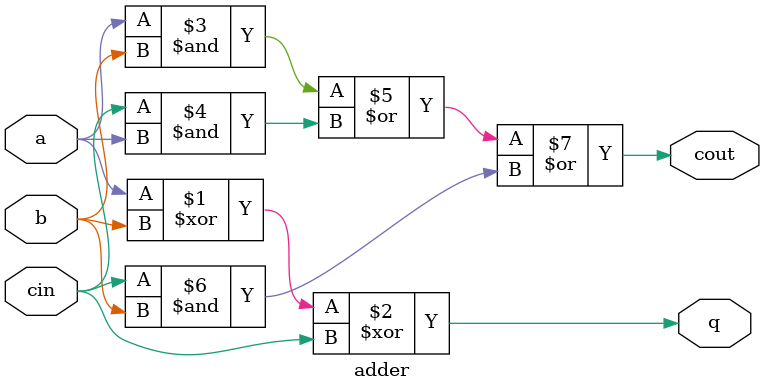
<source format=v>
module adder(a, b, q, cin, cout);

    // Module inputs
    input a, b, cin;

    // Module outputs
    output q, cout;

    // Module operations

    /* SUM operation */
    assign q = a ^ b ^ cin;

    /* CARRY-OUT operation */
    assign cout = (a & b) | (cin & a) | (cin & b);

endmodule

// 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
</source>
